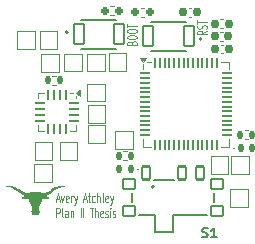
<source format=gto>
%TF.GenerationSoftware,KiCad,Pcbnew,8.0.3*%
%TF.CreationDate,2025-02-28T01:09:01-06:00*%
%TF.ProjectId,HearingAid_Right,48656172-696e-4674-9169-645f52696768,rev?*%
%TF.SameCoordinates,Original*%
%TF.FileFunction,Legend,Top*%
%TF.FilePolarity,Positive*%
%FSLAX46Y46*%
G04 Gerber Fmt 4.6, Leading zero omitted, Abs format (unit mm)*
G04 Created by KiCad (PCBNEW 8.0.3) date 2025-02-28 01:09:01*
%MOMM*%
%LPD*%
G01*
G04 APERTURE LIST*
G04 Aperture macros list*
%AMRoundRect*
0 Rectangle with rounded corners*
0 $1 Rounding radius*
0 $2 $3 $4 $5 $6 $7 $8 $9 X,Y pos of 4 corners*
0 Add a 4 corners polygon primitive as box body*
4,1,4,$2,$3,$4,$5,$6,$7,$8,$9,$2,$3,0*
0 Add four circle primitives for the rounded corners*
1,1,$1+$1,$2,$3*
1,1,$1+$1,$4,$5*
1,1,$1+$1,$6,$7*
1,1,$1+$1,$8,$9*
0 Add four rect primitives between the rounded corners*
20,1,$1+$1,$2,$3,$4,$5,0*
20,1,$1+$1,$4,$5,$6,$7,0*
20,1,$1+$1,$6,$7,$8,$9,0*
20,1,$1+$1,$8,$9,$2,$3,0*%
G04 Aperture macros list end*
%ADD10C,0.080000*%
%ADD11C,0.150000*%
%ADD12C,0.125000*%
%ADD13C,0.100000*%
%ADD14C,0.120000*%
%ADD15C,0.200000*%
%ADD16C,0.000000*%
%ADD17C,0.127000*%
%ADD18RoundRect,0.147500X0.147500X0.172500X-0.147500X0.172500X-0.147500X-0.172500X0.147500X-0.172500X0*%
%ADD19RoundRect,0.147500X-0.147500X-0.172500X0.147500X-0.172500X0.147500X0.172500X-0.147500X0.172500X0*%
%ADD20RoundRect,0.155000X-0.212500X-0.155000X0.212500X-0.155000X0.212500X0.155000X-0.212500X0.155000X0*%
%ADD21R,1.000000X1.000000*%
%ADD22RoundRect,0.135000X-0.135000X-0.185000X0.135000X-0.185000X0.135000X0.185000X-0.135000X0.185000X0*%
%ADD23RoundRect,0.135000X0.135000X0.185000X-0.135000X0.185000X-0.135000X-0.185000X0.135000X-0.185000X0*%
%ADD24RoundRect,0.102000X0.350000X0.550000X-0.350000X0.550000X-0.350000X-0.550000X0.350000X-0.550000X0*%
%ADD25RoundRect,0.102000X0.500000X0.400000X-0.500000X0.400000X-0.500000X-0.400000X0.500000X-0.400000X0*%
%ADD26RoundRect,0.102000X0.400000X0.850000X-0.400000X0.850000X-0.400000X-0.850000X0.400000X-0.850000X0*%
%ADD27RoundRect,0.050000X-0.350000X-0.050000X0.350000X-0.050000X0.350000X0.050000X-0.350000X0.050000X0*%
%ADD28RoundRect,0.050000X-0.050000X-0.350000X0.050000X-0.350000X0.050000X0.350000X-0.050000X0.350000X0*%
%ADD29R,4.000000X4.000000*%
%ADD30RoundRect,0.062500X-0.062500X0.350000X-0.062500X-0.350000X0.062500X-0.350000X0.062500X0.350000X0*%
%ADD31RoundRect,0.062500X-0.350000X0.062500X-0.350000X-0.062500X0.350000X-0.062500X0.350000X0.062500X0*%
%ADD32R,1.230000X1.230000*%
%ADD33RoundRect,0.160000X-0.197500X-0.160000X0.197500X-0.160000X0.197500X0.160000X-0.197500X0.160000X0*%
%ADD34RoundRect,0.102000X-0.400000X-0.850000X0.400000X-0.850000X0.400000X0.850000X-0.400000X0.850000X0*%
%ADD35RoundRect,0.160000X0.197500X0.160000X-0.197500X0.160000X-0.197500X-0.160000X0.197500X-0.160000X0*%
G04 APERTURE END LIST*
D10*
X114457869Y-78091408D02*
X114695964Y-78091408D01*
X114410250Y-78319980D02*
X114576916Y-77519980D01*
X114576916Y-77519980D02*
X114743583Y-78319980D01*
X114862630Y-77786646D02*
X114981678Y-78319980D01*
X114981678Y-78319980D02*
X115100725Y-77786646D01*
X115481677Y-78281885D02*
X115434058Y-78319980D01*
X115434058Y-78319980D02*
X115338820Y-78319980D01*
X115338820Y-78319980D02*
X115291201Y-78281885D01*
X115291201Y-78281885D02*
X115267392Y-78205694D01*
X115267392Y-78205694D02*
X115267392Y-77900932D01*
X115267392Y-77900932D02*
X115291201Y-77824742D01*
X115291201Y-77824742D02*
X115338820Y-77786646D01*
X115338820Y-77786646D02*
X115434058Y-77786646D01*
X115434058Y-77786646D02*
X115481677Y-77824742D01*
X115481677Y-77824742D02*
X115505487Y-77900932D01*
X115505487Y-77900932D02*
X115505487Y-77977123D01*
X115505487Y-77977123D02*
X115267392Y-78053313D01*
X115719772Y-78319980D02*
X115719772Y-77786646D01*
X115719772Y-77939027D02*
X115743582Y-77862837D01*
X115743582Y-77862837D02*
X115767391Y-77824742D01*
X115767391Y-77824742D02*
X115815010Y-77786646D01*
X115815010Y-77786646D02*
X115862629Y-77786646D01*
X115981677Y-77786646D02*
X116100725Y-78319980D01*
X116219772Y-77786646D02*
X116100725Y-78319980D01*
X116100725Y-78319980D02*
X116053106Y-78510456D01*
X116053106Y-78510456D02*
X116029296Y-78548551D01*
X116029296Y-78548551D02*
X115981677Y-78586646D01*
X116767391Y-78091408D02*
X117005486Y-78091408D01*
X116719772Y-78319980D02*
X116886438Y-77519980D01*
X116886438Y-77519980D02*
X117053105Y-78319980D01*
X117148343Y-77786646D02*
X117338819Y-77786646D01*
X117219771Y-77519980D02*
X117219771Y-78205694D01*
X117219771Y-78205694D02*
X117243581Y-78281885D01*
X117243581Y-78281885D02*
X117291200Y-78319980D01*
X117291200Y-78319980D02*
X117338819Y-78319980D01*
X117719771Y-78281885D02*
X117672152Y-78319980D01*
X117672152Y-78319980D02*
X117576914Y-78319980D01*
X117576914Y-78319980D02*
X117529295Y-78281885D01*
X117529295Y-78281885D02*
X117505485Y-78243789D01*
X117505485Y-78243789D02*
X117481676Y-78167599D01*
X117481676Y-78167599D02*
X117481676Y-77939027D01*
X117481676Y-77939027D02*
X117505485Y-77862837D01*
X117505485Y-77862837D02*
X117529295Y-77824742D01*
X117529295Y-77824742D02*
X117576914Y-77786646D01*
X117576914Y-77786646D02*
X117672152Y-77786646D01*
X117672152Y-77786646D02*
X117719771Y-77824742D01*
X117934056Y-78319980D02*
X117934056Y-77519980D01*
X118148342Y-78319980D02*
X118148342Y-77900932D01*
X118148342Y-77900932D02*
X118124532Y-77824742D01*
X118124532Y-77824742D02*
X118076913Y-77786646D01*
X118076913Y-77786646D02*
X118005485Y-77786646D01*
X118005485Y-77786646D02*
X117957866Y-77824742D01*
X117957866Y-77824742D02*
X117934056Y-77862837D01*
X118457866Y-78319980D02*
X118410247Y-78281885D01*
X118410247Y-78281885D02*
X118386437Y-78205694D01*
X118386437Y-78205694D02*
X118386437Y-77519980D01*
X118838818Y-78281885D02*
X118791199Y-78319980D01*
X118791199Y-78319980D02*
X118695961Y-78319980D01*
X118695961Y-78319980D02*
X118648342Y-78281885D01*
X118648342Y-78281885D02*
X118624533Y-78205694D01*
X118624533Y-78205694D02*
X118624533Y-77900932D01*
X118624533Y-77900932D02*
X118648342Y-77824742D01*
X118648342Y-77824742D02*
X118695961Y-77786646D01*
X118695961Y-77786646D02*
X118791199Y-77786646D01*
X118791199Y-77786646D02*
X118838818Y-77824742D01*
X118838818Y-77824742D02*
X118862628Y-77900932D01*
X118862628Y-77900932D02*
X118862628Y-77977123D01*
X118862628Y-77977123D02*
X118624533Y-78053313D01*
X119029294Y-77786646D02*
X119148342Y-78319980D01*
X119267389Y-77786646D02*
X119148342Y-78319980D01*
X119148342Y-78319980D02*
X119100723Y-78510456D01*
X119100723Y-78510456D02*
X119076913Y-78548551D01*
X119076913Y-78548551D02*
X119029294Y-78586646D01*
X114481678Y-79607935D02*
X114481678Y-78807935D01*
X114481678Y-78807935D02*
X114672154Y-78807935D01*
X114672154Y-78807935D02*
X114719773Y-78846030D01*
X114719773Y-78846030D02*
X114743583Y-78884125D01*
X114743583Y-78884125D02*
X114767392Y-78960316D01*
X114767392Y-78960316D02*
X114767392Y-79074601D01*
X114767392Y-79074601D02*
X114743583Y-79150792D01*
X114743583Y-79150792D02*
X114719773Y-79188887D01*
X114719773Y-79188887D02*
X114672154Y-79226982D01*
X114672154Y-79226982D02*
X114481678Y-79226982D01*
X115053107Y-79607935D02*
X115005488Y-79569840D01*
X115005488Y-79569840D02*
X114981678Y-79493649D01*
X114981678Y-79493649D02*
X114981678Y-78807935D01*
X115457869Y-79607935D02*
X115457869Y-79188887D01*
X115457869Y-79188887D02*
X115434059Y-79112697D01*
X115434059Y-79112697D02*
X115386440Y-79074601D01*
X115386440Y-79074601D02*
X115291202Y-79074601D01*
X115291202Y-79074601D02*
X115243583Y-79112697D01*
X115457869Y-79569840D02*
X115410250Y-79607935D01*
X115410250Y-79607935D02*
X115291202Y-79607935D01*
X115291202Y-79607935D02*
X115243583Y-79569840D01*
X115243583Y-79569840D02*
X115219774Y-79493649D01*
X115219774Y-79493649D02*
X115219774Y-79417459D01*
X115219774Y-79417459D02*
X115243583Y-79341268D01*
X115243583Y-79341268D02*
X115291202Y-79303173D01*
X115291202Y-79303173D02*
X115410250Y-79303173D01*
X115410250Y-79303173D02*
X115457869Y-79265078D01*
X115695964Y-79074601D02*
X115695964Y-79607935D01*
X115695964Y-79150792D02*
X115719774Y-79112697D01*
X115719774Y-79112697D02*
X115767393Y-79074601D01*
X115767393Y-79074601D02*
X115838821Y-79074601D01*
X115838821Y-79074601D02*
X115886440Y-79112697D01*
X115886440Y-79112697D02*
X115910250Y-79188887D01*
X115910250Y-79188887D02*
X115910250Y-79607935D01*
X116529297Y-79607935D02*
X116529297Y-78807935D01*
X116767392Y-79607935D02*
X116767392Y-78807935D01*
X117315011Y-78807935D02*
X117600725Y-78807935D01*
X117457868Y-79607935D02*
X117457868Y-78807935D01*
X117767391Y-79607935D02*
X117767391Y-78807935D01*
X117981677Y-79607935D02*
X117981677Y-79188887D01*
X117981677Y-79188887D02*
X117957867Y-79112697D01*
X117957867Y-79112697D02*
X117910248Y-79074601D01*
X117910248Y-79074601D02*
X117838820Y-79074601D01*
X117838820Y-79074601D02*
X117791201Y-79112697D01*
X117791201Y-79112697D02*
X117767391Y-79150792D01*
X118410248Y-79569840D02*
X118362629Y-79607935D01*
X118362629Y-79607935D02*
X118267391Y-79607935D01*
X118267391Y-79607935D02*
X118219772Y-79569840D01*
X118219772Y-79569840D02*
X118195963Y-79493649D01*
X118195963Y-79493649D02*
X118195963Y-79188887D01*
X118195963Y-79188887D02*
X118219772Y-79112697D01*
X118219772Y-79112697D02*
X118267391Y-79074601D01*
X118267391Y-79074601D02*
X118362629Y-79074601D01*
X118362629Y-79074601D02*
X118410248Y-79112697D01*
X118410248Y-79112697D02*
X118434058Y-79188887D01*
X118434058Y-79188887D02*
X118434058Y-79265078D01*
X118434058Y-79265078D02*
X118195963Y-79341268D01*
X118624534Y-79569840D02*
X118672153Y-79607935D01*
X118672153Y-79607935D02*
X118767391Y-79607935D01*
X118767391Y-79607935D02*
X118815010Y-79569840D01*
X118815010Y-79569840D02*
X118838819Y-79493649D01*
X118838819Y-79493649D02*
X118838819Y-79455554D01*
X118838819Y-79455554D02*
X118815010Y-79379363D01*
X118815010Y-79379363D02*
X118767391Y-79341268D01*
X118767391Y-79341268D02*
X118695962Y-79341268D01*
X118695962Y-79341268D02*
X118648343Y-79303173D01*
X118648343Y-79303173D02*
X118624534Y-79226982D01*
X118624534Y-79226982D02*
X118624534Y-79188887D01*
X118624534Y-79188887D02*
X118648343Y-79112697D01*
X118648343Y-79112697D02*
X118695962Y-79074601D01*
X118695962Y-79074601D02*
X118767391Y-79074601D01*
X118767391Y-79074601D02*
X118815010Y-79112697D01*
X119053105Y-79607935D02*
X119053105Y-79074601D01*
X119053105Y-78807935D02*
X119029296Y-78846030D01*
X119029296Y-78846030D02*
X119053105Y-78884125D01*
X119053105Y-78884125D02*
X119076915Y-78846030D01*
X119076915Y-78846030D02*
X119053105Y-78807935D01*
X119053105Y-78807935D02*
X119053105Y-78884125D01*
X119267391Y-79569840D02*
X119315010Y-79607935D01*
X119315010Y-79607935D02*
X119410248Y-79607935D01*
X119410248Y-79607935D02*
X119457867Y-79569840D01*
X119457867Y-79569840D02*
X119481676Y-79493649D01*
X119481676Y-79493649D02*
X119481676Y-79455554D01*
X119481676Y-79455554D02*
X119457867Y-79379363D01*
X119457867Y-79379363D02*
X119410248Y-79341268D01*
X119410248Y-79341268D02*
X119338819Y-79341268D01*
X119338819Y-79341268D02*
X119291200Y-79303173D01*
X119291200Y-79303173D02*
X119267391Y-79226982D01*
X119267391Y-79226982D02*
X119267391Y-79188887D01*
X119267391Y-79188887D02*
X119291200Y-79112697D01*
X119291200Y-79112697D02*
X119338819Y-79074601D01*
X119338819Y-79074601D02*
X119410248Y-79074601D01*
X119410248Y-79074601D02*
X119457867Y-79112697D01*
D11*
X126840475Y-81262200D02*
X126954761Y-81300295D01*
X126954761Y-81300295D02*
X127145237Y-81300295D01*
X127145237Y-81300295D02*
X127221428Y-81262200D01*
X127221428Y-81262200D02*
X127259523Y-81224104D01*
X127259523Y-81224104D02*
X127297618Y-81147914D01*
X127297618Y-81147914D02*
X127297618Y-81071723D01*
X127297618Y-81071723D02*
X127259523Y-80995533D01*
X127259523Y-80995533D02*
X127221428Y-80957438D01*
X127221428Y-80957438D02*
X127145237Y-80919342D01*
X127145237Y-80919342D02*
X126992856Y-80881247D01*
X126992856Y-80881247D02*
X126916666Y-80843152D01*
X126916666Y-80843152D02*
X126878571Y-80805057D01*
X126878571Y-80805057D02*
X126840475Y-80728866D01*
X126840475Y-80728866D02*
X126840475Y-80652676D01*
X126840475Y-80652676D02*
X126878571Y-80576485D01*
X126878571Y-80576485D02*
X126916666Y-80538390D01*
X126916666Y-80538390D02*
X126992856Y-80500295D01*
X126992856Y-80500295D02*
X127183333Y-80500295D01*
X127183333Y-80500295D02*
X127297618Y-80538390D01*
X128059523Y-81300295D02*
X127602380Y-81300295D01*
X127830952Y-81300295D02*
X127830952Y-80500295D01*
X127830952Y-80500295D02*
X127754761Y-80614580D01*
X127754761Y-80614580D02*
X127678571Y-80690771D01*
X127678571Y-80690771D02*
X127602380Y-80728866D01*
D12*
X127223595Y-63823809D02*
X126842642Y-63990475D01*
X127223595Y-64109523D02*
X126423595Y-64109523D01*
X126423595Y-64109523D02*
X126423595Y-63919047D01*
X126423595Y-63919047D02*
X126461690Y-63871428D01*
X126461690Y-63871428D02*
X126499785Y-63847618D01*
X126499785Y-63847618D02*
X126575976Y-63823809D01*
X126575976Y-63823809D02*
X126690261Y-63823809D01*
X126690261Y-63823809D02*
X126766452Y-63847618D01*
X126766452Y-63847618D02*
X126804547Y-63871428D01*
X126804547Y-63871428D02*
X126842642Y-63919047D01*
X126842642Y-63919047D02*
X126842642Y-64109523D01*
X127185500Y-63633332D02*
X127223595Y-63561904D01*
X127223595Y-63561904D02*
X127223595Y-63442856D01*
X127223595Y-63442856D02*
X127185500Y-63395237D01*
X127185500Y-63395237D02*
X127147404Y-63371428D01*
X127147404Y-63371428D02*
X127071214Y-63347618D01*
X127071214Y-63347618D02*
X126995023Y-63347618D01*
X126995023Y-63347618D02*
X126918833Y-63371428D01*
X126918833Y-63371428D02*
X126880738Y-63395237D01*
X126880738Y-63395237D02*
X126842642Y-63442856D01*
X126842642Y-63442856D02*
X126804547Y-63538094D01*
X126804547Y-63538094D02*
X126766452Y-63585713D01*
X126766452Y-63585713D02*
X126728357Y-63609523D01*
X126728357Y-63609523D02*
X126652166Y-63633332D01*
X126652166Y-63633332D02*
X126575976Y-63633332D01*
X126575976Y-63633332D02*
X126499785Y-63609523D01*
X126499785Y-63609523D02*
X126461690Y-63585713D01*
X126461690Y-63585713D02*
X126423595Y-63538094D01*
X126423595Y-63538094D02*
X126423595Y-63419047D01*
X126423595Y-63419047D02*
X126461690Y-63347618D01*
X126423595Y-63204761D02*
X126423595Y-62919047D01*
X127223595Y-63061904D02*
X126423595Y-63061904D01*
X120864547Y-64838571D02*
X120902642Y-64767143D01*
X120902642Y-64767143D02*
X120940738Y-64743333D01*
X120940738Y-64743333D02*
X121016928Y-64719524D01*
X121016928Y-64719524D02*
X121131214Y-64719524D01*
X121131214Y-64719524D02*
X121207404Y-64743333D01*
X121207404Y-64743333D02*
X121245500Y-64767143D01*
X121245500Y-64767143D02*
X121283595Y-64814762D01*
X121283595Y-64814762D02*
X121283595Y-65005238D01*
X121283595Y-65005238D02*
X120483595Y-65005238D01*
X120483595Y-65005238D02*
X120483595Y-64838571D01*
X120483595Y-64838571D02*
X120521690Y-64790952D01*
X120521690Y-64790952D02*
X120559785Y-64767143D01*
X120559785Y-64767143D02*
X120635976Y-64743333D01*
X120635976Y-64743333D02*
X120712166Y-64743333D01*
X120712166Y-64743333D02*
X120788357Y-64767143D01*
X120788357Y-64767143D02*
X120826452Y-64790952D01*
X120826452Y-64790952D02*
X120864547Y-64838571D01*
X120864547Y-64838571D02*
X120864547Y-65005238D01*
X120483595Y-64410000D02*
X120483595Y-64314762D01*
X120483595Y-64314762D02*
X120521690Y-64267143D01*
X120521690Y-64267143D02*
X120597880Y-64219524D01*
X120597880Y-64219524D02*
X120750261Y-64195714D01*
X120750261Y-64195714D02*
X121016928Y-64195714D01*
X121016928Y-64195714D02*
X121169309Y-64219524D01*
X121169309Y-64219524D02*
X121245500Y-64267143D01*
X121245500Y-64267143D02*
X121283595Y-64314762D01*
X121283595Y-64314762D02*
X121283595Y-64410000D01*
X121283595Y-64410000D02*
X121245500Y-64457619D01*
X121245500Y-64457619D02*
X121169309Y-64505238D01*
X121169309Y-64505238D02*
X121016928Y-64529047D01*
X121016928Y-64529047D02*
X120750261Y-64529047D01*
X120750261Y-64529047D02*
X120597880Y-64505238D01*
X120597880Y-64505238D02*
X120521690Y-64457619D01*
X120521690Y-64457619D02*
X120483595Y-64410000D01*
X120483595Y-63886190D02*
X120483595Y-63790952D01*
X120483595Y-63790952D02*
X120521690Y-63743333D01*
X120521690Y-63743333D02*
X120597880Y-63695714D01*
X120597880Y-63695714D02*
X120750261Y-63671904D01*
X120750261Y-63671904D02*
X121016928Y-63671904D01*
X121016928Y-63671904D02*
X121169309Y-63695714D01*
X121169309Y-63695714D02*
X121245500Y-63743333D01*
X121245500Y-63743333D02*
X121283595Y-63790952D01*
X121283595Y-63790952D02*
X121283595Y-63886190D01*
X121283595Y-63886190D02*
X121245500Y-63933809D01*
X121245500Y-63933809D02*
X121169309Y-63981428D01*
X121169309Y-63981428D02*
X121016928Y-64005237D01*
X121016928Y-64005237D02*
X120750261Y-64005237D01*
X120750261Y-64005237D02*
X120597880Y-63981428D01*
X120597880Y-63981428D02*
X120521690Y-63933809D01*
X120521690Y-63933809D02*
X120483595Y-63886190D01*
X120483595Y-63529046D02*
X120483595Y-63243332D01*
X121283595Y-63386189D02*
X120483595Y-63386189D01*
D13*
%TO.C,D4*%
X121425000Y-75530000D02*
G75*
G02*
X121325000Y-75530000I-50000J0D01*
G01*
X121325000Y-75530000D02*
G75*
G02*
X121425000Y-75530000I50000J0D01*
G01*
%TO.C,D3*%
X129535000Y-73770000D02*
G75*
G02*
X129435000Y-73770000I-50000J0D01*
G01*
X129435000Y-73770000D02*
G75*
G02*
X129535000Y-73770000I50000J0D01*
G01*
D14*
%TO.C,C3*%
X128364165Y-63920000D02*
X128595835Y-63920000D01*
X128364165Y-64640000D02*
X128595835Y-64640000D01*
%TO.C,TP20*%
D13*
X111140000Y-63850000D02*
X112640000Y-63850000D01*
X112640000Y-65350000D01*
X111140000Y-65350000D01*
X111140000Y-63850000D01*
D14*
%TO.C,R11*%
X130416359Y-72240000D02*
X130723641Y-72240000D01*
X130416359Y-73000000D02*
X130723641Y-73000000D01*
%TO.C,C5*%
X125674165Y-61890000D02*
X125905835Y-61890000D01*
X125674165Y-62610000D02*
X125905835Y-62610000D01*
%TO.C,TP4*%
D13*
X114750000Y-73250000D02*
X116250000Y-73250000D01*
X116250000Y-74750000D01*
X114750000Y-74750000D01*
X114750000Y-73250000D01*
%TO.C,TP22*%
X127530000Y-74430000D02*
X129030000Y-74430000D01*
X129030000Y-75930000D01*
X127530000Y-75930000D01*
X127530000Y-74430000D01*
D14*
%TO.C,R13*%
X114433641Y-67630000D02*
X114126359Y-67630000D01*
X114433641Y-68390000D02*
X114126359Y-68390000D01*
D15*
%TO.C,S1*%
X120900000Y-77530000D02*
X120900000Y-78330000D01*
X122860000Y-79380000D02*
X121450000Y-79380000D01*
X122860000Y-80880000D02*
X122860000Y-79380000D01*
X124360000Y-79380000D02*
X124360000Y-80880000D01*
X124360000Y-80880000D02*
X122860000Y-80880000D01*
X124450000Y-76480000D02*
X122750000Y-76480000D01*
X127250000Y-79380000D02*
X124360000Y-79380000D01*
X127800000Y-78330000D02*
X127800000Y-77530000D01*
X122750000Y-77030000D02*
G75*
G02*
X122550000Y-77030000I-100000J0D01*
G01*
X122550000Y-77030000D02*
G75*
G02*
X122750000Y-77030000I100000J0D01*
G01*
%TO.C,TP6*%
D13*
X113070000Y-63850000D02*
X114570000Y-63850000D01*
X114570000Y-65350000D01*
X113070000Y-65350000D01*
X113070000Y-63850000D01*
D16*
%TO.C,G\u002A\u002A\u002A*%
G36*
X114086822Y-77950530D02*
G01*
X114078909Y-77958442D01*
X114070997Y-77950530D01*
X114078909Y-77942617D01*
X114086822Y-77950530D01*
G37*
G36*
X114134299Y-77918879D02*
G01*
X114126386Y-77926791D01*
X114118473Y-77918879D01*
X114126386Y-77910966D01*
X114134299Y-77918879D01*
G37*
G36*
X114134299Y-77950530D02*
G01*
X114126386Y-77958442D01*
X114118473Y-77950530D01*
X114126386Y-77942617D01*
X114134299Y-77950530D01*
G37*
G36*
X114165950Y-77934704D02*
G01*
X114158037Y-77942617D01*
X114150124Y-77934704D01*
X114158037Y-77926791D01*
X114165950Y-77934704D01*
G37*
G36*
X114034331Y-77876347D02*
G01*
X114036217Y-77901081D01*
X114033081Y-77906680D01*
X114025888Y-77901960D01*
X114024769Y-77885909D01*
X114028634Y-77869022D01*
X114034331Y-77876347D01*
G37*
G36*
X114113198Y-77805462D02*
G01*
X114111026Y-77814870D01*
X114102648Y-77816013D01*
X114089621Y-77810222D01*
X114092097Y-77805462D01*
X114110878Y-77803568D01*
X114113198Y-77805462D01*
G37*
G36*
X114066031Y-77826235D02*
G01*
X114063084Y-77831838D01*
X114048173Y-77846952D01*
X114045390Y-77847664D01*
X114044311Y-77837441D01*
X114047258Y-77831838D01*
X114062169Y-77816725D01*
X114064952Y-77816013D01*
X114066031Y-77826235D01*
G37*
G36*
X114159614Y-77837824D02*
G01*
X114177020Y-77868504D01*
X114177219Y-77889313D01*
X114171169Y-77908561D01*
X114168488Y-77897437D01*
X114167786Y-77886436D01*
X114158878Y-77850145D01*
X114150181Y-77834947D01*
X114147036Y-77828172D01*
X114159614Y-77837824D01*
G37*
G36*
X114134056Y-77856016D02*
G01*
X114123338Y-77877606D01*
X114102648Y-77899381D01*
X114079899Y-77916519D01*
X114072016Y-77909194D01*
X114071239Y-77883116D01*
X114073592Y-77855515D01*
X114081826Y-77856306D01*
X114087064Y-77863489D01*
X114101961Y-77879271D01*
X114116120Y-77866656D01*
X114118231Y-77863489D01*
X114131047Y-77851010D01*
X114134056Y-77856016D01*
G37*
G36*
X110519398Y-76926496D02*
G01*
X110619893Y-76938559D01*
X110725209Y-76959250D01*
X110831637Y-76988758D01*
X110846337Y-76993577D01*
X110908559Y-77015071D01*
X110964957Y-77036534D01*
X111020218Y-77060359D01*
X111079028Y-77088941D01*
X111146077Y-77124672D01*
X111226051Y-77169944D01*
X111323637Y-77227153D01*
X111441076Y-77297222D01*
X111532997Y-77351323D01*
X111621447Y-77401548D01*
X111700854Y-77444871D01*
X111765644Y-77478267D01*
X111810243Y-77498709D01*
X111816537Y-77501078D01*
X111911109Y-77523915D01*
X112015973Y-77532345D01*
X112119789Y-77526550D01*
X112211214Y-77506710D01*
X112243146Y-77494253D01*
X112269083Y-77482841D01*
X112294248Y-77474110D01*
X112323129Y-77467723D01*
X112360215Y-77463347D01*
X112409996Y-77460644D01*
X112476959Y-77459279D01*
X112565594Y-77458918D01*
X112680390Y-77459223D01*
X112710000Y-77459348D01*
X112833331Y-77460110D01*
X112929335Y-77461393D01*
X113002334Y-77463499D01*
X113056651Y-77466728D01*
X113096607Y-77471380D01*
X113126526Y-77477757D01*
X113150730Y-77486160D01*
X113161028Y-77490738D01*
X113222845Y-77510296D01*
X113304249Y-77523241D01*
X113393724Y-77528811D01*
X113479751Y-77526245D01*
X113545480Y-77516160D01*
X113584513Y-77504974D01*
X113626781Y-77489229D01*
X113676015Y-77466987D01*
X113735951Y-77436306D01*
X113810319Y-77395249D01*
X113902853Y-77341876D01*
X114017286Y-77274247D01*
X114058837Y-77249459D01*
X114224088Y-77154124D01*
X114369984Y-77077898D01*
X114501074Y-77019145D01*
X114621908Y-76976229D01*
X114737035Y-76947511D01*
X114851004Y-76931356D01*
X114957227Y-76926195D01*
X115053928Y-76927819D01*
X115122549Y-76935600D01*
X115166248Y-76950600D01*
X115188185Y-76973878D01*
X115191704Y-77004961D01*
X115186697Y-77048474D01*
X115012616Y-77058416D01*
X114916052Y-77066720D01*
X114827729Y-77081333D01*
X114743194Y-77104306D01*
X114657994Y-77137692D01*
X114567673Y-77183545D01*
X114467779Y-77243916D01*
X114353858Y-77320860D01*
X114221456Y-77416429D01*
X114197601Y-77434073D01*
X114061969Y-77532481D01*
X113946320Y-77611457D01*
X113847395Y-77673056D01*
X113761934Y-77719334D01*
X113703112Y-77745878D01*
X113660461Y-77765387D01*
X113633218Y-77781976D01*
X113627941Y-77788550D01*
X113641249Y-77806309D01*
X113674809Y-77828844D01*
X113718872Y-77850840D01*
X113763690Y-77866984D01*
X113777918Y-77870300D01*
X113822924Y-77886339D01*
X113856605Y-77910141D01*
X113876610Y-77946953D01*
X113867705Y-77982809D01*
X113829011Y-78019098D01*
X113764849Y-78054767D01*
X113664541Y-78090849D01*
X113568752Y-78099514D01*
X113469128Y-78080911D01*
X113414236Y-78061006D01*
X113348984Y-78035186D01*
X113306693Y-78024493D01*
X113281181Y-78031700D01*
X113266266Y-78059584D01*
X113255769Y-78110919D01*
X113252177Y-78133762D01*
X113235432Y-78208591D01*
X113205635Y-78296058D01*
X113160742Y-78401858D01*
X113140122Y-78446316D01*
X113103937Y-78524137D01*
X113071429Y-78596276D01*
X113045717Y-78655654D01*
X113029919Y-78695194D01*
X113028045Y-78700648D01*
X113012203Y-78793294D01*
X113017520Y-78901973D01*
X113043458Y-79018871D01*
X113060144Y-79076765D01*
X113067243Y-79114448D01*
X113065252Y-79141714D01*
X113054667Y-79168354D01*
X113051370Y-79174841D01*
X113033897Y-79218589D01*
X113026512Y-79256859D01*
X113026511Y-79257213D01*
X113012544Y-79299370D01*
X112975569Y-79344121D01*
X112922971Y-79385237D01*
X112862139Y-79416486D01*
X112823956Y-79428081D01*
X112746191Y-79441516D01*
X112681936Y-79443134D01*
X112615220Y-79432638D01*
X112578708Y-79423498D01*
X112502624Y-79392577D01*
X112444924Y-79343287D01*
X112401090Y-79270835D01*
X112378544Y-79211086D01*
X112344790Y-79105795D01*
X112377052Y-79012320D01*
X112401660Y-78911016D01*
X112408364Y-78808470D01*
X112396589Y-78716692D01*
X112391954Y-78700648D01*
X112378826Y-78666566D01*
X112355080Y-78611048D01*
X112323833Y-78541171D01*
X112288206Y-78464014D01*
X112279878Y-78446316D01*
X112229547Y-78333881D01*
X112194745Y-78241594D01*
X112173294Y-78163368D01*
X112167626Y-78132492D01*
X112159026Y-78077981D01*
X112149541Y-78044229D01*
X112133169Y-78028986D01*
X112103906Y-78030006D01*
X112055747Y-78045041D01*
X111994289Y-78067594D01*
X111930715Y-78086328D01*
X111865617Y-78098399D01*
X111831730Y-78100872D01*
X111774608Y-78093950D01*
X111710039Y-78075678D01*
X111646484Y-78049802D01*
X111592403Y-78020066D01*
X111556258Y-77990215D01*
X111547009Y-77974858D01*
X111548751Y-77934015D01*
X111576702Y-77898488D01*
X111625428Y-77874253D01*
X111642081Y-77870300D01*
X111686589Y-77856966D01*
X111732655Y-77835752D01*
X111770644Y-77812038D01*
X111790924Y-77791201D01*
X111792118Y-77786524D01*
X111778469Y-77774125D01*
X111742849Y-77755701D01*
X111697697Y-77737084D01*
X111629730Y-77705569D01*
X111541014Y-77654602D01*
X111434282Y-77585954D01*
X111312264Y-77501396D01*
X111177694Y-77402700D01*
X111151183Y-77382686D01*
X111014859Y-77283546D01*
X110894165Y-77205851D01*
X110783808Y-77147295D01*
X110678495Y-77105572D01*
X110572935Y-77078376D01*
X110461836Y-77063402D01*
X110410796Y-77060135D01*
X110332411Y-77055695D01*
X110280018Y-77050248D01*
X110247958Y-77042715D01*
X110230572Y-77032022D01*
X110225459Y-77024866D01*
X110219109Y-76989080D01*
X110239842Y-76960800D01*
X110283948Y-76940215D01*
X110347716Y-76927512D01*
X110427436Y-76922877D01*
X110519398Y-76926496D01*
G37*
D17*
%TO.C,RST*%
X125470000Y-63050000D02*
X122470000Y-63050000D01*
X125470000Y-65550000D02*
X122470000Y-65550000D01*
D15*
X126770000Y-64500000D02*
G75*
G02*
X126570000Y-64500000I-100000J0D01*
G01*
X126570000Y-64500000D02*
G75*
G02*
X126770000Y-64500000I100000J0D01*
G01*
D14*
%TO.C,U8*%
X121830000Y-67070000D02*
X121830000Y-66660000D01*
X121830000Y-73640000D02*
X121830000Y-72990000D01*
X122480000Y-66420000D02*
X122130000Y-66420000D01*
X122480000Y-73640000D02*
X121830000Y-73640000D01*
X128400000Y-66420000D02*
X129050000Y-66420000D01*
X128400000Y-73640000D02*
X129050000Y-73640000D01*
X129050000Y-66420000D02*
X129050000Y-67070000D01*
X129050000Y-73640000D02*
X129050000Y-72990000D01*
X121830000Y-66420000D02*
X121590000Y-66090000D01*
X122070000Y-66090000D01*
X121830000Y-66420000D01*
G36*
X121830000Y-66420000D02*
G01*
X121590000Y-66090000D01*
X122070000Y-66090000D01*
X121830000Y-66420000D01*
G37*
%TO.C,TP13*%
D13*
X119450000Y-72290000D02*
X120950000Y-72290000D01*
X120950000Y-73790000D01*
X119450000Y-73790000D01*
X119450000Y-72290000D01*
D14*
%TO.C,U5*%
X112922500Y-69070000D02*
X113397500Y-69070000D01*
X112922500Y-69545000D02*
X112922500Y-69070000D01*
X112922500Y-71815000D02*
X112922500Y-72290000D01*
X112922500Y-72290000D02*
X113397500Y-72290000D01*
X115667500Y-69070000D02*
X115902500Y-69070000D01*
X116142500Y-69545000D02*
X116142500Y-69370000D01*
X116142500Y-71815000D02*
X116142500Y-72290000D01*
X116142500Y-72290000D02*
X115667500Y-72290000D01*
X116472500Y-69310000D02*
X116142500Y-69070000D01*
X116472500Y-68830000D01*
X116472500Y-69310000D01*
G36*
X116472500Y-69310000D02*
G01*
X116142500Y-69070000D01*
X116472500Y-68830000D01*
X116472500Y-69310000D01*
G37*
%TO.C,TP17*%
D13*
X118890000Y-65710000D02*
X120390000Y-65710000D01*
X120390000Y-67210000D01*
X118890000Y-67210000D01*
X118890000Y-65710000D01*
D14*
%TO.C,C8*%
X128376665Y-64990000D02*
X128608335Y-64990000D01*
X128376665Y-65710000D02*
X128608335Y-65710000D01*
%TO.C,R12*%
X120126359Y-74030000D02*
X120433641Y-74030000D01*
X120126359Y-74790000D02*
X120433641Y-74790000D01*
%TO.C,C4*%
X128366665Y-62840000D02*
X128598335Y-62840000D01*
X128366665Y-63560000D02*
X128598335Y-63560000D01*
%TO.C,TP16*%
D13*
X117070000Y-65750000D02*
X118570000Y-65750000D01*
X118570000Y-67250000D01*
X117070000Y-67250000D01*
X117070000Y-65750000D01*
D14*
%TO.C,R14*%
X121602379Y-61880000D02*
X121937621Y-61880000D01*
X121602379Y-62640000D02*
X121937621Y-62640000D01*
D17*
%TO.C,BOOT*%
X116550000Y-65380000D02*
X119550000Y-65380000D01*
X116550000Y-62880000D02*
X119550000Y-62880000D01*
D15*
X115450000Y-63930000D02*
G75*
G02*
X115250000Y-63930000I-100000J0D01*
G01*
X115250000Y-63930000D02*
G75*
G02*
X115450000Y-63930000I100000J0D01*
G01*
%TO.C,TP24*%
D13*
X112610000Y-75090000D02*
X114110000Y-75090000D01*
X114110000Y-76590000D01*
X112610000Y-76590000D01*
X112610000Y-75090000D01*
%TO.C,TP18*%
X113190000Y-65780000D02*
X114690000Y-65780000D01*
X114690000Y-67280000D01*
X113190000Y-67280000D01*
X113190000Y-65780000D01*
%TO.C,TP3*%
X112625000Y-73245000D02*
X114125000Y-73245000D01*
X114125000Y-74745000D01*
X112625000Y-74745000D01*
X112625000Y-73245000D01*
%TO.C,TP8*%
X117120000Y-70100000D02*
X118620000Y-70100000D01*
X118620000Y-71600000D01*
X117120000Y-71600000D01*
X117120000Y-70100000D01*
%TO.C,TP15*%
X115160000Y-65760000D02*
X116660000Y-65760000D01*
X116660000Y-67260000D01*
X115160000Y-67260000D01*
X115160000Y-65760000D01*
%TO.C,TP7*%
X117130000Y-71820000D02*
X118630000Y-71820000D01*
X118630000Y-73320000D01*
X117130000Y-73320000D01*
X117130000Y-71820000D01*
D14*
%TO.C,R15*%
X119360121Y-61730000D02*
X119024879Y-61730000D01*
X119360121Y-62490000D02*
X119024879Y-62490000D01*
%TO.C,TP9*%
D13*
X117110000Y-68280000D02*
X118610000Y-68280000D01*
X118610000Y-69780000D01*
X117110000Y-69780000D01*
X117110000Y-68280000D01*
%TO.C,TP21*%
X129210000Y-77240000D02*
X130710000Y-77240000D01*
X130710000Y-78740000D01*
X129210000Y-78740000D01*
X129210000Y-77240000D01*
%TO.C,TP23*%
X129270000Y-74440000D02*
X130770000Y-74440000D01*
X130770000Y-75940000D01*
X129270000Y-75940000D01*
X129270000Y-74440000D01*
%TD*%
%LPC*%
D18*
%TO.C,D4*%
X120770000Y-75530000D03*
X119800000Y-75530000D03*
%TD*%
D19*
%TO.C,D3*%
X130090000Y-73770000D03*
X131060000Y-73770000D03*
%TD*%
D20*
%TO.C,C3*%
X127912500Y-64280000D03*
X129047500Y-64280000D03*
%TD*%
D21*
%TO.C,TP20*%
X111890000Y-64600000D03*
%TD*%
D22*
%TO.C,R11*%
X130060000Y-72620000D03*
X131080000Y-72620000D03*
%TD*%
D20*
%TO.C,C5*%
X125222500Y-62250000D03*
X126357500Y-62250000D03*
%TD*%
D21*
%TO.C,TP4*%
X115500000Y-74000000D03*
%TD*%
%TO.C,TP22*%
X128280000Y-75180000D03*
%TD*%
D23*
%TO.C,R13*%
X114790000Y-68010000D03*
X113770000Y-68010000D03*
%TD*%
D24*
%TO.C,S1*%
X122100000Y-75880000D03*
X125100000Y-75880000D03*
X126600000Y-75880000D03*
D25*
X128100000Y-79080000D03*
X120600000Y-79080000D03*
X120600000Y-76780000D03*
X128100000Y-76780000D03*
%TD*%
D21*
%TO.C,TP6*%
X113820000Y-64600000D03*
%TD*%
D26*
%TO.C,RST*%
X125670000Y-64300000D03*
X122270000Y-64300000D03*
%TD*%
D27*
%TO.C,U8*%
X121990000Y-67430000D03*
X121990000Y-67830000D03*
X121990000Y-68230000D03*
X121990000Y-68630000D03*
X121990000Y-69030000D03*
X121990000Y-69430000D03*
X121990000Y-69830000D03*
X121990000Y-70230000D03*
X121990000Y-70630000D03*
X121990000Y-71030000D03*
X121990000Y-71430000D03*
X121990000Y-71830000D03*
X121990000Y-72230000D03*
X121990000Y-72630000D03*
D28*
X122840000Y-73480000D03*
X123240000Y-73480000D03*
X123640000Y-73480000D03*
X124040000Y-73480000D03*
X124440000Y-73480000D03*
X124840000Y-73480000D03*
X125240000Y-73480000D03*
X125640000Y-73480000D03*
X126040000Y-73480000D03*
X126440000Y-73480000D03*
X126840000Y-73480000D03*
X127240000Y-73480000D03*
X127640000Y-73480000D03*
X128040000Y-73480000D03*
D27*
X128890000Y-72630000D03*
X128890000Y-72230000D03*
X128890000Y-71830000D03*
X128890000Y-71430000D03*
X128890000Y-71030000D03*
X128890000Y-70630000D03*
X128890000Y-70230000D03*
X128890000Y-69830000D03*
X128890000Y-69430000D03*
X128890000Y-69030000D03*
X128890000Y-68630000D03*
X128890000Y-68230000D03*
X128890000Y-67830000D03*
X128890000Y-67430000D03*
D28*
X128040000Y-66580000D03*
X127640000Y-66580000D03*
X127240000Y-66580000D03*
X126840000Y-66580000D03*
X126440000Y-66580000D03*
X126040000Y-66580000D03*
X125640000Y-66580000D03*
X125240000Y-66580000D03*
X124840000Y-66580000D03*
X124440000Y-66580000D03*
X124040000Y-66580000D03*
X123640000Y-66580000D03*
X123240000Y-66580000D03*
X122840000Y-66580000D03*
D29*
X125440000Y-70030000D03*
%TD*%
D21*
%TO.C,TP13*%
X120200000Y-73040000D03*
%TD*%
D30*
%TO.C,U5*%
X115282500Y-69242500D03*
X114782500Y-69242500D03*
X114282500Y-69242500D03*
X113782500Y-69242500D03*
D31*
X113095000Y-69930000D03*
X113095000Y-70430000D03*
X113095000Y-70930000D03*
X113095000Y-71430000D03*
D30*
X113782500Y-72117500D03*
X114282500Y-72117500D03*
X114782500Y-72117500D03*
X115282500Y-72117500D03*
D31*
X115970000Y-71430000D03*
X115970000Y-70930000D03*
X115970000Y-70430000D03*
X115970000Y-69930000D03*
D32*
X114532500Y-70680000D03*
%TD*%
D21*
%TO.C,TP17*%
X119640000Y-66460000D03*
%TD*%
D20*
%TO.C,C8*%
X127925000Y-65350000D03*
X129060000Y-65350000D03*
%TD*%
D22*
%TO.C,R12*%
X119770000Y-74410000D03*
X120790000Y-74410000D03*
%TD*%
D20*
%TO.C,C4*%
X127915000Y-63200000D03*
X129050000Y-63200000D03*
%TD*%
D21*
%TO.C,TP16*%
X117820000Y-66500000D03*
%TD*%
D33*
%TO.C,R14*%
X121172500Y-62260000D03*
X122367500Y-62260000D03*
%TD*%
D34*
%TO.C,BOOT*%
X116350000Y-64130000D03*
X119750000Y-64130000D03*
%TD*%
D21*
%TO.C,TP24*%
X113360000Y-75840000D03*
%TD*%
%TO.C,TP18*%
X113940000Y-66530000D03*
%TD*%
%TO.C,TP3*%
X113375000Y-73995000D03*
%TD*%
%TO.C,TP8*%
X117870000Y-70850000D03*
%TD*%
%TO.C,TP15*%
X115910000Y-66510000D03*
%TD*%
%TO.C,TP7*%
X117880000Y-72570000D03*
%TD*%
D35*
%TO.C,R15*%
X119790000Y-62110000D03*
X118595000Y-62110000D03*
%TD*%
D21*
%TO.C,TP9*%
X117860000Y-69030000D03*
%TD*%
%TO.C,TP21*%
X129960000Y-77990000D03*
%TD*%
%TO.C,TP23*%
X130020000Y-75190000D03*
%TD*%
%LPD*%
M02*

</source>
